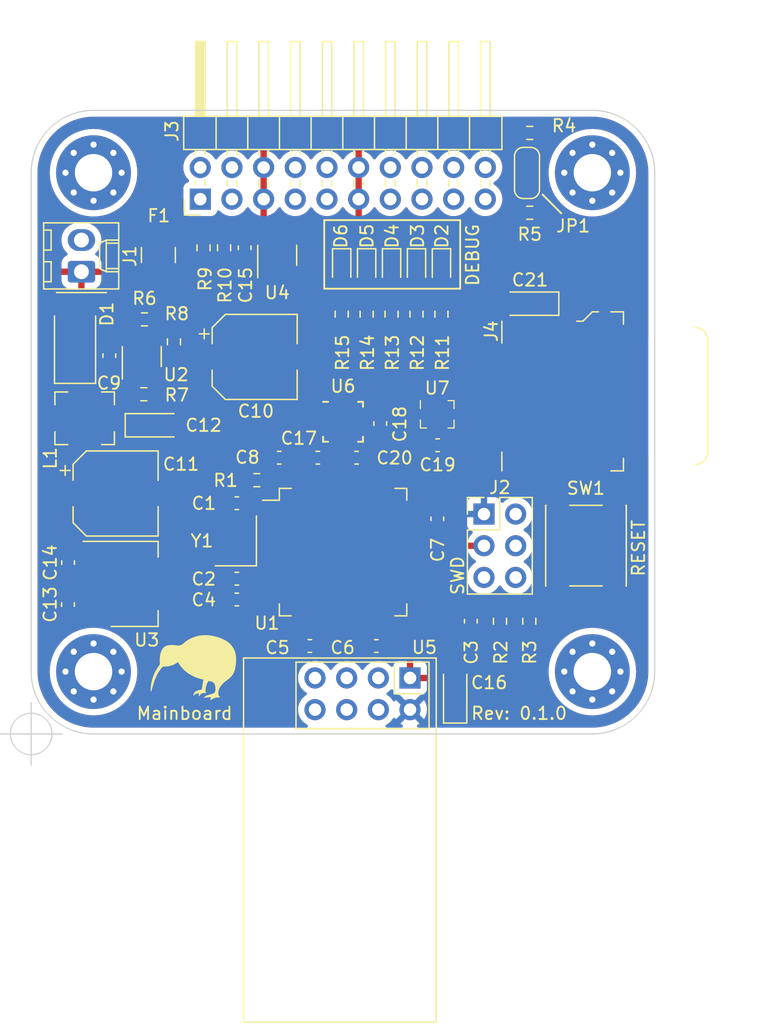
<source format=kicad_pcb>
(kicad_pcb (version 20211014) (generator pcbnew)
  (title_block (title "RC Helicopter Mainboard") (date "2022-12-17") (rev "${REVISION}") (company "Authors: H. Fedarovich, I. Kajdan") (comment 1 "Reviewer: A. Bondyra"))
  (layers (0 "F.Cu" signal) (31 "B.Cu" signal) (34 "B.Paste" user) (35 "F.Paste" user) (36 "B.SilkS" user "B.Silkscreen") (37 "F.SilkS" user "F.Silkscreen") (38 "B.Mask" user) (39 "F.Mask" user) (44 "Edge.Cuts" user))
  (property "REVISION" "0.1.0")
  (net 0 "")
  (net 1 "GND")
  (net 2 "+3.3V")
  (net 3 "/NRST")
  (net 4 "Net-(C9-Pad1)")
  (net 5 "Net-(C9-Pad2)")
  (net 6 "Net-(C10-Pad1)")
  (net 7 "+5V")
  (net 8 "+BATT")
  (net 9 "/SWCLK")
  (net 10 "/SWDIO")
  (net 11 "/SWO")
  (net 12 "/ROT_SERVO1")
  (net 13 "/ROT_SERVO2")
  (net 14 "/MAIN_ROT_ESC")
  (net 15 "/TAIL_ROT_ESC")
  (net 20 "/UART_TX")
  (net 21 "/UART_RX")
  (net 22 "/I2C_SCL")
  (net 23 "/I2C_SDA")
  (net 24 "/SDMMC_D2")
  (net 25 "/SDMMC_D3")
  (net 26 "/SDMMC_CMD")
  (net 27 "/SDMMC_CLK")
  (net 28 "/SDMMC_D0")
  (net 29 "/SDMMC_D1")
  (net 30 "Net-(JP1-Pad1)")
  (net 31 "Net-(JP1-Pad3)")
  (net 32 "Net-(C1-Pad1)")
  (net 33 "Net-(R6-Pad2)")
  (net 34 "/Power/FB")
  (net 35 "/MOSI")
  (net 36 "/MISO")
  (net 37 "/BMP_SS")
  (net 39 "/V_BATT")
  (net 40 "/NRF_CSN")
  (net 41 "/NRF_SCK")
  (net 42 "/NRF_MISO")
  (net 43 "/NRF_MOSI")
  (net 44 "/MPU_SS")
  (net 45 "/MPU_INT")
  (net 46 "/NRF_CE")
  (net 48 "/CLK")
  (net 52 "/MPU_FSYNC")
  (net 54 "/NRF_IRQ")
  (net 62 "Net-(C15-Pad1)")
  (net 63 "Net-(C20-Pad1)")
  (net 64 "Net-(C2-Pad1)")
  (net 65 "Net-(R1-Pad2)")
  (net 66 "Net-(R3-Pad2)")
  (net 69 "Net-(D2-Pad2)")
  (net 70 "Net-(D3-Pad2)")
  (net 71 "Net-(D4-Pad2)")
  (net 72 "Net-(D5-Pad2)")
  (net 73 "Net-(D6-Pad2)")
  (net 74 "/LED1")
  (net 75 "/LED2")
  (net 76 "/LED3")
  (net 77 "/LED4")
  (net 78 "/LED5")
  (footprint "Capacitor_SMD:C_0603_1608Metric" (layer "F.Cu") (at 144.99 99.85 180)
    (fp_text reference "C17" (at 1.52 1.56 180) (layer "F.SilkS"))
    (fp_text value "100nF")
    (pad "1" smd roundrect (at -0.775 0 180) (size 0.9 0.95) (layers "F.Cu" "F.Paste" "F.Mask") (net 2 "+3.3V"))
    (pad "2" smd roundrect (at 0.775 0 180) (size 0.9 0.95) (layers "F.Cu" "F.Paste" "F.Mask") (net 1 "GND"))
  )
  (footprint "Jumper:SolderJumper-3_P1.3mm_Open_RoundedPad1.0x1.5mm_NumberLabels" (layer "F.Cu") (at 161.76 77.02 -90)
    (fp_text reference "JP1" (at 4.25 -3.7 180) (layer "F.SilkS"))
    (fp_text value "SolderJumper_3_Open")
    (pad "1" smd custom (at -1.3 0 270) (size 1 0.5) (layers "F.Cu" "F.Mask") (net 30 "Net-(JP1-Pad1)") (options (clearance outline) (anchor rect)) (primitives (gr_circle (center 0 0.25) (end 0.5 0.25) (width 0) (fill yes)) (gr_circle (center 0 -0.25) (end 0.5 -0.25) (width 0) (fill yes)) (gr_poly (pts (xy 0.55 0.75) (xy 0 0.75) (xy 0 -0.75) (xy 0.55 -0.75)) (width 0) (fill yes))))
    (pad "2" smd rect (at 0 0 270) (size 1 1.5) (layers "F.Cu" "F.Mask") (net 2 "+3.3V"))
    (pad "3" smd custom (at 1.3 0 270) (size 1 0.5) (layers "F.Cu" "F.Mask") (net 31 "Net-(JP1-Pad3)") (options (clearance outline) (anchor rect)) (primitives (gr_circle (center 0 0.25) (end 0.5 0.25) (width 0) (fill yes)) (gr_circle (center 0 -0.25) (end 0.5 -0.25) (width 0) (fill yes)) (gr_poly (pts (xy 0 0.75) (xy -0.55 0.75) (xy -0.55 -0.75) (xy 0 -0.75)) (width 0) (fill yes))))
  )
  (footprint "Sensor_Motion:InvenSense_QFN-24_3x3mm_P0.4mm" (layer "F.Cu") (at 147.01 96.97)
    (fp_text reference "U6" (at 0 -2.85) (layer "F.SilkS"))
    (fp_text value "MPU-9250")
    (pad "1" smd roundrect (at -1.5 -1) (size 0.55 0.2) (layers "F.Cu" "F.Paste" "F.Mask") (net 2 "+3.3V"))
    (pad "2" smd roundrect (at -1.5 -0.6) (size 0.55 0.2) (layers "F.Cu" "F.Paste" "F.Mask"))
    (pad "3" smd roundrect (at -1.5 -0.2) (size 0.55 0.2) (layers "F.Cu" "F.Paste" "F.Mask"))
    (pad "4" smd roundrect (at -1.5 0.2) (size 0.55 0.2) (layers "F.Cu" "F.Paste" "F.Mask"))
    (pad "5" smd roundrect (at -1.5 0.6) (size 0.55 0.2) (layers "F.Cu" "F.Paste" "F.Mask"))
    (pad "6" smd roundrect (at -1.5 1) (size 0.55 0.2) (layers "F.Cu" "F.Paste" "F.Mask"))
    (pad "7" smd roundrect (at -1 1.5 90) (size 0.55 0.2) (layers "F.Cu" "F.Paste" "F.Mask"))
    (pad "8" smd roundrect (at -0.6 1.5 90) (size 0.55 0.2) (layers "F.Cu" "F.Paste" "F.Mask") (net 2 "+3.3V"))
    (pad "9" smd roundrect (at -0.2 1.5 90) (size 0.55 0.2) (layers "F.Cu" "F.Paste" "F.Mask") (net 36 "/MISO"))
    (pad "10" smd roundrect (at 0.2 1.5 90) (size 0.55 0.2) (layers "F.Cu" "F.Paste" "F.Mask") (net 63 "Net-(C20-Pad1)"))
    (pad "11" smd roundrect (at 0.6 1.5 90) (size 0.55 0.2) (layers "F.Cu" "F.Paste" "F.Mask") (net 52 "/MPU_FSYNC"))
    (pad "12" smd roundrect (at 1 1.5 90) (size 0.55 0.2) (layers "F.Cu" "F.Paste" "F.Mask") (net 45 "/MPU_INT"))
    (pad "13" smd roundrect (at 1.5 1) (size 0.55 0.2) (layers "F.Cu" "F.Paste" "F.Mask") (net 2 "+3.3V"))
    (pad "14" smd roundrect (at 1.5 0.6) (size 0.55 0.2) (layers "F.Cu" "F.Paste" "F.Mask"))
    (pad "15" smd roundrect (at 1.5 0.2) (size 0.55 0.2) (layers "F.Cu" "F.Paste" "F.Mask"))
    (pad "16" smd roundrect (at 1.5 -0.2) (size 0.55 0.2) (layers "F.Cu" "F.Paste" "F.Mask"))
    (pad "17" smd roundrect (at 1.5 -0.6) (size 0.55 0.2) (layers "F.Cu" "F.Paste" "F.Mask"))
    (pad "18" smd roundrect (at 1.5 -1) (size 0.55 0.2) (layers "F.Cu" "F.Paste" "F.Mask") (net 1 "GND"))
    (pad "19" smd roundrect (at 1 -1.5 90) (size 0.55 0.2) (layers "F.Cu" "F.Paste" "F.Mask"))
    (pad "20" smd roundrect (at 0.6 -1.5 90) (size 0.55 0.2) (layers "F.Cu" "F.Paste" "F.Mask") (net 1 "GND"))
    (pad "21" smd roundrect (at 0.2 -1.5 90) (size 0.55 0.2) (layers "F.Cu" "F.Paste" "F.Mask"))
    (pad "22" smd roundrect (at -0.2 -1.5 90) (size 0.55 0.2) (layers "F.Cu" "F.Paste" "F.Mask") (net 44 "/MPU_SS"))
    (pad "23" smd roundrect (at -0.6 -1.5 90) (size 0.55 0.2) (layers "F.Cu" "F.Paste" "F.Mask") (net 48 "/CLK"))
    (pad "24" smd roundrect (at -1 -1.5 90) (size 0.55 0.2) (layers "F.Cu" "F.Paste" "F.Mask") (net 35 "/MOSI"))
    (zone (net 0) (net_name "") (layer "F.Cu") (connect_pads (clearance 0)) (min_thickness 0.254)
      (keepout (tracks not_allowed) (vias not_allowed) (pads not_allowed) (copperpour not_allowed) (footprints allowed))
      (fill (thermal_gap 0.508) (thermal_bridge_width 0.508))
      (polygon (pts (xy 146.135 96.175) (xy 147.885 96.175) (xy 147.885 97.765) (xy 146.135 97.765)))
    )
  )
  (footprint "Package_LGA:Bosch_LGA-8_2x2.5mm_P0.65mm_ClockwisePinNumbering" (layer "F.Cu") (at 154.56 96.37)
    (fp_text reference "U7" (at 0 -2.1) (layer "F.SilkS"))
    (fp_text value "BMP280")
    (pad "1" smd rect (at -0.975 -0.8 90) (size 0.5 0.35) (layers "F.Cu" "F.Paste" "F.Mask") (net 1 "GND"))
    (pad "2" smd rect (at -0.325 -0.8 90) (size 0.5 0.35) (layers "F.Cu" "F.Paste" "F.Mask") (net 37 "/BMP_SS"))
    (pad "3" smd rect (at 0.325 -0.8 90) (size 0.5 0.35) (layers "F.Cu" "F.Paste" "F.Mask") (net 35 "/MOSI"))
    (pad "4" smd rect (at 0.975 -0.8 90) (size 0.5 0.35) (layers "F.Cu" "F.Paste" "F.Mask") (net 48 "/CLK"))
    (pad "5" smd rect (at 0.975 0.8 90) (size 0.5 0.35) (layers "F.Cu" "F.Paste" "F.Mask") (net 36 "/MISO"))
    (pad "6" smd rect (at 0.325 0.8 90) (size 0.5 0.35) (layers "F.Cu" "F.Paste" "F.Mask") (net 2 "+3.3V"))
    (pad "7" smd rect (at -0.325 0.8 90) (size 0.5 0.35) (layers "F.Cu" "F.Paste" "F.Mask") (net 1 "GND"))
    (pad "8" smd rect (at -0.975 0.8 90) (size 0.5 0.35) (layers "F.Cu" "F.Paste" "F.Mask") (net 2 "+3.3V"))
  )
  (footprint "Capacitor_SMD:C_0603_1608Metric" (layer "F.Cu") (at 124.95 111.62 90)
    (fp_text reference "C13" (at 0 -1.43 90) (layer "F.SilkS"))
    (fp_text value "100nF")
    (pad "1" smd roundrect (at -0.775 0 90) (size 0.9 0.95) (layers "F.Cu" "F.Paste" "F.Mask") (net 7 "+5V"))
    (pad "2" smd roundrect (at 0.775 0 90) (size 0.9 0.95) (layers "F.Cu" "F.Paste" "F.Mask") (net 1 "GND"))
  )
  (footprint "Capacitor_SMD:C_0603_1608Metric" (layer "F.Cu") (at 138.49 109.55 180)
    (fp_text reference "C2" (at 2.65 -0.03) (layer "F.SilkS"))
    (fp_text value "22pF")
    (pad "1" smd roundrect (at -0.775 0 180) (size 0.9 0.95) (layers "F.Cu" "F.Paste" "F.Mask") (net 64 "Net-(C2-Pad1)"))
    (pad "2" smd roundrect (at 0.775 0 180) (size 0.9 0.95) (layers "F.Cu" "F.Paste" "F.Mask") (net 1 "GND"))
  )
  (footprint "LED_SMD:LED_0603_1608Metric" (layer "F.Cu") (at 146.9 84.58 -90)
    (fp_text reference "D6" (at -2.5 0.07 90) (layer "F.SilkS"))
    (fp_text value "Blue")
    (pad "1" smd roundrect (at -0.7875 0 270) (size 0.875 0.95) (layers "F.Cu" "F.Paste" "F.Mask") (net 1 "GND"))
    (pad "2" smd roundrect (at 0.7875 0 270) (size 0.875 0.95) (layers "F.Cu" "F.Paste" "F.Mask") (net 73 "Net-(D6-Pad2)"))
  )
  (footprint "Resistor_SMD:R_0603_1608Metric" (layer "F.Cu") (at 161.945 112.96 -90)
    (fp_text reference "R3" (at 2.5 -0.03 90) (layer "F.SilkS"))
    (fp_text value "330Ω")
    (pad "1" smd roundrect (at -0.825 0 270) (size 0.8 0.95) (layers "F.Cu" "F.Paste" "F.Mask") (net 3 "/NRST"))
    (pad "2" smd roundrect (at 0.825 0 270) (size 0.8 0.95) (layers "F.Cu" "F.Paste" "F.Mask") (net 66 "Net-(R3-Pad2)"))
  )
  (footprint "Connector_PinHeader_2.54mm:PinHeader_2x03_P2.54mm_Vertical" (layer "F.Cu") (at 158.31 104.37)
    (fp_text reference "J2" (at 1.27 -2.13) (layer "F.SilkS"))
    (fp_text value "SWD")
    (pad "1" thru_hole rect (at 0 0) (size 1.7 1.7) (drill 1) (layers *.Cu *.Mask) (net 2 "+3.3V"))
    (pad "2" thru_hole oval (at 2.54 0) (size 1.7 1.7) (drill 1) (layers *.Cu *.Mask) (net 9 "/SWCLK"))
    (pad "3" thru_hole oval (at 0 2.54) (size 1.7 1.7) (drill 1) (layers *.Cu *.Mask) (net 1 "GND"))
    (pad "4" thru_hole oval (at 2.54 2.54) (size 1.7 1.7) (drill 1) (layers *.Cu *.Mask) (net 10 "/SWDIO"))
    (pad "5" thru_hole oval (at 0 5.08) (size 1.7 1.7) (drill 1) (layers *.Cu *.Mask) (net 3 "/NRST"))
    (pad "6" thru_hole oval (at 2.54 5.08) (size 1.7 1.7) (drill 1) (layers *.Cu *.Mask) (net 11 "/SWO"))
  )
  (footprint "Capacitor_SMD:C_0603_1608Metric" (layer "F.Cu") (at 144.35 114.95 180)
    (fp_text reference "C5" (at 2.6 -0.13) (layer "F.SilkS"))
    (fp_text value "100nF")
    (pad "1" smd roundrect (at -0.775 0 180) (size 0.9 0.95) (layers "F.Cu" "F.Paste" "F.Mask") (net 2 "+3.3V"))
    (pad "2" smd roundrect (at 0.775 0 180) (size 0.9 0.95) (layers "F.Cu" "F.Paste" "F.Mask") (net 1 "GND"))
  )
  (footprint "Capacitor_Tantalum_SMD:CP_EIA-3216-10_Kemet-I" (layer "F.Cu") (at 162 87.5 180)
    (fp_text reference "C21" (at 0 1.9) (layer "F.SilkS"))
    (fp_text value "4.7μF")
    (pad "1" smd roundrect (at -1.35 0 180) (size 1.4 1.35) (layers "F.Cu" "F.Paste" "F.Mask") (roundrect_rratio 0.185185) (net 2 "+3.3V"))
    (pad "2" smd roundrect (at 1.35 0 180) (size 1.4 1.35) (layers "F.Cu" "F.Paste" "F.Mask") (roundrect_rratio 0.185185) (net 1 "GND"))
  )
  (footprint "Capacitor_SMD:C_0603_1608Metric" (layer "F.Cu") (at 157.255 112.96 -90)
    (fp_text reference "C3" (at 2.5 -0.03 90) (layer "F.SilkS"))
    (fp_text value "100nF")
    (pad "1" smd roundrect (at -0.775 0 270) (size 0.9 0.95) (layers "F.Cu" "F.Paste" "F.Mask") (net 3 "/NRST"))
    (pad "2" smd roundrect (at 0.775 0 270) (size 0.9 0.95) (layers "F.Cu" "F.Paste" "F.Mask") (net 1 "GND"))
  )
  (footprint "Resistor_SMD:R_0603_1608Metric" (layer "F.Cu") (at 140.09 101.65)
    (fp_text reference "R1" (at -2.5 0.02) (layer "F.SilkS"))
    (fp_text value "10kΩ")
    (pad "1" smd roundrect (at -0.825 0) (size 0.8 0.95) (layers "F.Cu" "F.Paste" "F.Mask") (net 1 "GND"))
    (pad "2" smd roundrect (at 0.825 0) (size 0.8 0.95) (layers "F.Cu" "F.Paste" "F.Mask") (net 65 "Net-(R1-Pad2)"))
  )
  (footprint "Resistor_SMD:R_0603_1608Metric" (layer "F.Cu") (at 135.82 83.02 -90)
    (fp_text reference "R9" (at 2.5 -0.13 90) (layer "F.SilkS"))
    (fp_text value "100kΩ")
    (pad "1" smd roundrect (at -0.825 0 270) (size 0.8 0.95) (layers "F.Cu" "F.Paste" "F.Mask") (net 8 "+BATT"))
    (pad "2" smd roundrect (at 0.825 0 270) (size 0.8 0.95) (layers "F.Cu" "F.Paste" "F.Mask") (net 62 "Net-(C15-Pad1)"))
  )
  (footprint "Capacitor_SMD:C_0603_1608Metric" (layer "F.Cu") (at 138.49 111.22 180)
    (fp_text reference "C4" (at 2.65 -0.03) (layer "F.SilkS"))
    (fp_text value "100nF")
    (pad "1" smd roundrect (at -0.775 0 180) (size 0.9 0.95) (layers "F.Cu" "F.Paste" "F.Mask") (net 2 "+3.3V"))
    (pad "2" smd roundrect (at 0.775 0 180) (size 0.9 0.95) (layers "F.Cu" "F.Paste" "F.Mask") (net 1 "GND"))
  )
  (footprint "Inductor_SMD:L_Bourns-SRN4018" (layer "F.Cu") (at 126.28884 96.69)
    (fp_text reference "L1" (at -2.75884 3.2 90) (layer "F.SilkS"))
    (fp_text value "2.2μH")
    (pad "1" smd rect (at -1.525 0) (size 1.5 3.6) (layers "F.Cu" "F.Paste" "F.Mask") (net 5 "Net-(C9-Pad2)"))
    (pad "2" smd rect (at 1.525 0) (size 1.5 3.6) (layers "F.Cu" "F.Paste" "F.Mask") (net 7 "+5V"))
  )
  (footprint "MountingHole:MountingHole_3mm_Pad_Via" (layer "F.Cu") (at 167 117)
    (fp_text reference "REF**" hide)
    (fp_text value "MountingHole_3mm_Pad_Via" hide)
    (pad "1" thru_hole circle locked (at 2.25 0) (size 0.8 0.8) (drill 0.5) (layers *.Cu *.Mask))
    (pad "1" thru_hole circle locked (at 1.59099 1.59099) (size 0.8 0.8) (drill 0.5) (layers *.Cu *.Mask))
    (pad "1" thru_hole circle locked (at 1.59099 -1.59099) (size 0.8 0.8) (drill 0.5) (layers *.Cu *.Mask))
    (pad "1" thru_hole circle locked (at 0 2.25) (size 0.8 0.8) (drill 0.5) (layers *.Cu *.Mask))
    (pad "1" thru_hole circle locked (at -1.59099 1.59099) (size 0.8 0.8) (drill 0.5) (layers *.Cu *.Mask))
    (pad "1" thru_hole circle locked (at 0 -2.25) (size 0.8 0.8) (drill 0.5) (layers *.Cu *.Mask))
    (pad "1" thru_hole circle locked (at -2.25 0) (size 0.8 0.8) (drill 0.5) (layers *.Cu *.Mask))
    (pad "1" thru_hole circle locked (at 0 0) (size 6 6) (drill 3) (layers *.Cu *.Mask))
    (pad "1" thru_hole circle locked (at -1.59099 -1.59099) (size 0.8 0.8) (drill 0.5) (layers *.Cu *.Mask))
  )
  (footprint "Capacitor_SMD:C_0603_1608Metric" (layer "F.Cu") (at 154.57 104.75 -90)
    (fp_text reference "C7" (at 2.5 -0.03 90) (layer "F.SilkS"))
    (fp_text value "100nF")
    (pad "1" smd roundrect (at -0.775 0 270) (size 0.9 0.95) (layers "F.Cu" "F.Paste" "F.Mask") (net 2 "+3.3V"))
    (pad "2" smd roundrect (at 0.775 0 270) (size 0.9 0.95) (layers "F.Cu" "F.Paste" "F.Mask") (net 1 "GND"))
  )
  (footprint "Resistor_SMD:R_0603_1608Metric" (layer "F.Cu") (at 154.9 88.34 90)
    (fp_text reference "R11" (at -3.1 0.08 90) (layer "F.SilkS"))
    (fp_text value "140Ω")
    (pad "1" smd roundrect (at -0.825 0 90) (size 0.8 0.95) (layers "F.Cu" "F.Paste" "F.Mask") (net 74 "/LED1"))
    (pad "2" smd roundrect (at 0.825 0 90) (size 0.8 0.95) (layers "F.Cu" "F.Paste" "F.Mask") (net 69 "Net-(D2-Pad2)"))
  )
  (footprint "LED_SMD:LED_0603_1608Metric" (layer "F.Cu") (at 152.9 84.58 -90)
    (fp_text reference "D3" (at -2.5 -0.08 90) (layer "F.SilkS"))
    (fp_text value "Blue")
    (pad "1" smd roundrect (at -0.7875 0 270) (size 0.875 0.95) (layers "F.Cu" "F.Paste" "F.Mask") (net 1 "GND"))
    (pad "2" smd roundrect (at 0.7875 0 270) (size 0.875 0.95) (layers "F.Cu" "F.Paste" "F.Mask") (net 70 "Net-(D3-Pad2)"))
  )
  (footprint "Local_Library:Kiwi" (layer "F.Cu") (at 135 116.7)
    (fp_text reference "G***" hide)
    (fp_text value "LOGO" hide)
  )
  (footprint "Package_TO_SOT_SMD:SOT-23-5" (layer "F.Cu") (at 141.73 83.62 90)
    (fp_text reference "U4" (at -3 0) (layer "F.SilkS"))
    (fp_text value "LM321")
    (pad "1" smd roundrect (at -1.1375 -0.95 90) (size 1.325 0.6) (layers "F.Cu" "F.Paste" "F.Mask") (net 62 "Net-(C15-Pad1)"))
    (pad "2" smd roundrect (at -1.1375 0 90) (size 1.325 0.6) (layers "F.Cu" "F.Paste" "F.Mask") (net 1 "GND"))
    (pad "3" smd roundrect (at -1.1375 0.95 90) (size 1.325 0.6) (layers "F.Cu" "F.Paste" "F.Mask") (net 39 "/V_BATT"))
    (pad "4" smd roundrect (at 1.1375 0.95 90) (size 1.325 0.6) (layers "F.Cu" "F.Paste" "F.Mask") (net 39 "/V_BATT"))
    (pad "5" smd roundrect (at 1.1375 -0.95 90) (size 1.325 0.6) (layers "F.Cu" "F.Paste" "F.Mask") (net 2 "+3.3V"))
  )
  (footprint "Resistor_SMD:R_0603_1608Metric" (layer "F.Cu") (at 133.44884 90.56 90)
    (fp_text reference "R8" (at 2.25 0.23 180) (layer "F.SilkS"))
    (fp_text value "7.5kΩ")
    (pad "1" smd roundrect (at -0.825 0 90) (size 0.8 0.95) (layers "F.Cu" "F.Paste" "F.Mask") (net 34 "/Power/FB"))
    (pad "2" smd roundrect (at 0.825 0 90) (size 0.8 0.95) (layers "F.Cu" "F.Paste" "F.Mask") (net 1 "GND"))
  )
  (footprint "Resistor_SMD:R_0603_1608Metric" (layer "F.Cu") (at 152.9 88.34 90)
    (fp_text reference "R12" (at -3.1 0.07 90) (layer "F.SilkS"))
    (fp_text value "140Ω")
    (pad "1" smd roundrect (at -0.825 0 90) (size 0.8 0.95) (layers "F.Cu" "F.Paste" "F.Mask") (net 75 "/LED2"))
    (pad "2" smd roundrect (at 0.825 0 90) (size 0.8 0.95) (layers "F.Cu" "F.Paste" "F.Mask") (net 70 "Net-(D3-Pad2)"))
  )
  (footprint "Capacitor_SMD:C_0603_1608Metric" (layer "F.Cu") (at 149.99 97.11 90)
    (fp_text reference "C18" (at -0.05 1.57 90) (layer "F.SilkS"))
    (fp_text value "100nF")
    (pad "1" smd roundrect (at -0.775 0 90) (size 0.9 0.95) (layers "F.Cu" "F.Paste" "F.Mask") (net 2 "+3.3V"))
    (pad "2" smd roundrect (at 0.775 0 90) (size 0.9 0.95) (layers "F.Cu" "F.Paste" "F.Mask") (net 1 "GND"))
  )
  (footprint "Fuse:Fuse_1210_3225Metric" (layer "F.Cu") (at 132.2 83.6 -90)
    (fp_text reference "F1" (at -3.147936 -0.03 180) (layer "F.SilkS"))
    (fp_text value "1A")
    (pad "1" smd roundrect (at -1.4 0 270) (size 1.25 2.65) (layers "F.Cu" "F.Paste" "F.Mask") (roundrect_rratio 0.2) (net 8 "+BATT"))
    (pad "2" smd roundrect (at 1.4 0 270) (size 1.25 2.65) (layers "F.Cu" "F.Paste" "F.Mask") (roundrect_rratio 0.2) (net 6 "Net-(C10-Pad1)"))
  )
  (footprint "Capacitor_Tantalum_SMD:CP_EIA-3216-10_Kemet-I" (layer "F.Cu") (at 156 118.815 90)
    (fp_text reference "C16" (at 0.93 2.725 180) (layer "F.SilkS"))
    (fp_text value "10μF")
    (pad "1" smd roundrect (at -1.35 0 90) (size 1.4 1.35) (layers "F.Cu" "F.Paste" "F.Mask") (roundrect_rratio 0.185185) (net 2 "+3.3V"))
    (pad "2" smd roundrect (at 1.35 0 90) (size 1.4 1.35) (layers "F.Cu" "F.Paste" "F.Mask") (roundrect_rratio 0.185185) (net 1 "GND"))
  )
  (footprint "Resistor_SMD:R_0603_1608Metric" (layer "F.Cu") (at 159.595 112.96 90)
    (fp_text reference "R2" (at -2.5 0.07 90) (layer "F.SilkS"))
    (fp_text value "10kΩ")
    (pad "1" smd roundrect (at -0.825 0 90) (size 0.8 0.95) (layers "F.Cu" "F.Paste" "F.Mask") (net 2 "+3.3V"))
    (pad "2" smd roundrect (at 0.825 0 90) (size 0.8 0.95) (layers "F.Cu" "F.Paste" "F.Mask") (net 3 "/NRST"))
  )
  (footprint "LED_SMD:LED_0603_1608Metric" (layer "F.Cu") (at 154.9 84.58 -90)
    (fp_text reference "D2" (at -2.5 -0.03 90) (layer "F.SilkS"))
    (fp_text value "Blue")
    (pad "1" smd roundrect (at -0.7875 0 270) (size 0.875 0.95) (layers "F.Cu" "F.Paste" "F.Mask") (net 1 "GND"))
    (pad "2" smd roundrect (at 0.7875 0 270) (size 0.875 0.95) (layers "F.Cu" "F.Paste" "F.Mask") (net 69 "Net-(D2-Pad2)"))
  )
  (footprint "Capacitor_SMD:C_0603_1608Metric" (layer "F.Cu") (at 154.59 98.85)
    (fp_text reference "C19" (at 0 1.57) (layer "F.SilkS"))
    (fp_text value "100nF")
    (pad "1" smd roundrect (at -0.775 0) (size 0.9 0.95) (layers "F.Cu" "F.Paste" "F.Mask") (net 2 "+3.3V"))
    (pad "2" smd roundrect (at 0.775 0) (size 0.9 0.95) (layers "F.Cu" "F.Paste" "F.Mask") (net 1 "GND"))
  )
  (footprint "MountingHole:MountingHole_3mm_Pad_Via" (layer "F.Cu") (at 127 117)
    (fp_text reference "REF**" hide)
    (fp_text value "MountingHole_3mm_Pad_Via" hide)
    (pad "1" thru_hole circle locked (at -2.25 0) (size 0.8 0.8) (drill 0.5) (layers *.Cu *.Mask))
    (pad "1" thru_hole circle locked (at 1.59099 -1.59099) (size 0.8 0.8) (drill 0.5) (layers *.Cu *.Mask))
    (pad "1" thru_hole circle locked (at 0 2.25) (size 0.8 0.8) (drill 0.5) (layers *.Cu *.Mask))
    (pad "1" thru_hole circle locked (at 2.25 0) (size 0.8 0.8) (drill 0.5) (layers *.Cu *.Mask))
    (pad "1" thru_hole circle locked (at -1.59099 -1.59099) (size 0.8 0.8) (drill 0.5) (layers *.Cu *.Mask))
    (pad "1" thru_hole circle locked (at 0 0) (size 6 6) (drill 3) (layers *.Cu *.Mask))
    (pad "1" thru_hole circle locked (at 0 -2.25) (size 0.8 0.8) (drill 0.5) (layers *.Cu *.Mask))
    (pad "1" thru_hole circle locked (at -1.59099 1.59099) (size 0.8 0.8) (drill 0.5) (layers *.Cu *.Mask))
    (pad "1" thru_hole circle locked (at 1.59099 1.59099) (size 0.8 0.8) (drill 0.5) (layers *.Cu *.Mask))
  )
  (footprint "Package_TO_SOT_SMD:SOT-223-3_TabPin2" (layer "F.Cu") (at 130.27 109.97)
    (fp_text reference "U3" (at 1 4.5) (layer "F.SilkS"))
    (fp_text value "LM1117-3.3")
    (pad "1" smd rect (at -3.15 -2.3) (size 2 1.5) (layers "F.Cu" "F.Paste" "F.Mask") (net 1 "GND"))
    (pad "2" smd rect (at -3.15 0) (size 2 1.5) (layers "F.Cu" "F.Paste" "F.Mask") (net 2 "+3.3V"))
    (pad "2" smd rect (at 3.15 0) (size 2 3.8) (layers "F.Cu" "F.Paste" "F.Mask") (net 2 "+3.3V"))
    (pad "3" smd rect (at -3.15 2.3) (size 2 1.5) (layers "F.Cu" "F.Paste" "F.Mask") (net 7 "+5V"))
  )
  (footprint "Diode_SMD:D_SMA" (layer "F.Cu") (at 125.51884 90.49 90)
    (fp_text reference "D1" (at 2.15 2.55 270) (layer "F.SilkS"))
    (fp_text value "SK36A")
    (pad "1" smd rect (at -2 0 90) (size 2.5 1.8) (layers "F.Cu" "F.Paste" "F.Mask") (net 5 "Net-(C9-Pad2)"))
    (pad "2" smd rect (at 2 0 90) (size 2.5 1.8) (layers "F.Cu" "F.Paste" "F.Mask") (net 1 "GND"))
  )
  (footprint "Capacitor_SMD:C_0603_1608Metric" (layer "F.Cu") (at 138.49 103.5)
    (fp_text reference "C1" (at -2.64 0.01) (layer "F.SilkS"))
    (fp_text value "22pF")
    (pad "1" smd roundrect (at -0.775 0) (size 0.9 0.95) (layers "F.Cu" "F.Paste" "F.Mask") (net 32 "Net-(C1-Pad1)"))
    (pad "2" smd roundrect (at 0.775 0) (size 0.9 0.95) (layers "F.Cu" "F.Paste" "F.Mask") (net 1 "GND"))
  )
  (footprint "Capacitor_SMD:C_0603_1608Metric" (layer "F.Cu") (at 124.96 108.26 90)
    (fp_text reference "C14" (at 0 -1.43 90) (layer "F.SilkS"))
    (fp_text value "100nF")
    (pad "1" smd roundrect (at -0.775 0 90) (size 0.9 0.95) (layers "F.Cu" "F.Paste" "F.Mask") (net 2 "+3.3V"))
    (pad "2" smd roundrect (at 0.775 0 90) (size 0.9 0.95) (layers "F.Cu" "F.Paste" "F.Mask") (net 1 "GND"))
  )
  (footprint "Capacitor_SMD:C_0603_1608Metric" (layer "F.Cu") (at 149.675 114.95 180)
    (fp_text reference "C6" (at 2.7 -0.13) (layer "F.SilkS"))
    (fp_text value "100nF")
    (pad "1" smd roundrect (at -0.775 0 180) (size 0.9 0.95) (layers "F.Cu" "F.Paste" "F.Mask") (net 2 "+3.3V"))
    (pad "2" smd roundrect (at 0.775 0 180) (size 0.9 0.95) (layers "F.Cu" "F.Paste" "F.Mask") (net 1 "GND"))
  )
  (footprint "Capacitor_Tantalum_SMD:CP_EIA-3216-10_Kemet-I" (layer "F.Cu") (at 131.85 97.25)
    (fp_text reference "C12" (at 3.975 0) (layer "F.SilkS"))
    (fp_text value "10μF")
    (pad "1" smd roundrect (at -1.35 0) (size 1.4 1.35) (layers "F.Cu" "F.Paste" "F.Mask") (roundrect_rratio 0.185185) (net 7 "+5V"))
    (pad "2" smd roundrect (at 1.35 0) (size 1.4 1.35) (layers "F.Cu" "F.Paste" "F.Mask") (roundrect_rratio 0.185185) (net 1 "GND"))
  )
  (footprint "Resistor_SMD:R_0603_1608Metric" (layer "F.Cu") (at 161.98 73.81 180)
    (fp_text reference "R4" (at -2.75 0.57 180) (layer "F.SilkS"))
    (fp_text value "4.7kΩ")
    (pad "1" smd roundrect (at -0.825 0 180) (size 0.8 0.95) (layers "F.Cu" "F.Paste" "F.Mask") (net 30 "Net-(JP1-Pad1)"))
    (pad "2" smd roundrect (at 0.825 0 180) (size 0.8 0.95) (layers "F.Cu" "F.Paste" "F.Mask") (net 23 "/I2C_SDA"))
  )
  (footprint "RF_Module:nRF24L01_Breakout" (layer "F.Cu") (at 152.38 117.51 -90)
    (fp_text reference "U5" (at -2.45 -1.15 180) (layer "F.SilkS"))
    (fp_text value "NRF24L01_Breakout")
    (pad "1" thru_hole rect (at 0 0 270) (size 1.7 1.7) (drill 1) (layers *.Cu *.Mask) (net 1 "GND"))
    (pad "2" thru_hole circle (at 2.54 0 270) (size 1.7 1.7) (drill 1) (layers *.Cu *.Mask) (net 2 "+3.3V"))
    (pad "3" thru_hole circle (at 0 2.54 270) (size 1.7 1.7) (drill 1) (layers *.Cu *.Mask) (net 46 "/NRF_CE"))
    (pad "4" thru_hole circle (at 2.54 2.54 270) (size 1.7 1.7) (drill 1) (layers *.Cu *.Mask) (net 40 "/NRF_CSN"))
    (pad "5" thru_hole circle (at 0 5.08 270) (size 1.7 1.7) (drill 1) (layers *.Cu *.Mask) (net 41 "/NRF_SCK"))
    (pad "6" thru_hole circle (at 2.54 5.08 270) (size 1.7 1.7) (drill 1) (layers *.Cu *.Mask) (net 43 "/NRF_MOSI"))
    (pad "7" thru_hole circle (at 0 7.62 270) (size 1.7 1.7) (drill 1) (layers *.Cu *.Mask) (net 42 "/NRF_MISO"))
    (pad "8" thru_hole circle (at 2.54 7.62 270) (size 1.7 1.7) (drill 1) (layers *.Cu *.Mask) (net 54 "/NRF_IRQ"))
  )
  (footprint "MountingHole:MountingHole_3mm_Pad_Via" (layer "F.Cu") (at 127 77)
    (fp_text reference "REF**" hide)
    (fp_text value "MountingHole_3mm_Pad_Via" hide)
    (pad "1" thru_hole circle locked (at 1.59099 -1.59099) (size 0.8 0.8) (drill 0.5) (layers *.Cu *.Mask))
    (pad "1" thru_hole circle locked (at 1.59099 1.59099) (size 0.8 0.8) (drill 0.5) (layers *.Cu *.Mask))
    (pad "1" thru_hole circle locked (at 0 2.25) (size 0.8 0.8) (drill 0.5) (layers *.Cu *.Mask))
    (pad "1" thru_hole circle locked (at 0 -2.25) (size 0.8 0.8) (drill 0.5) (layers *.Cu *.Mask))
    (pad "1" thru_hole circle locked (at 0 0) (size 6 6) (drill 3) (layers *.Cu *.Mask))
    (pad "1" thru_hole circle locked (at 2.25 0) (size 0.8 0.8) (drill 0.5) (layers *.Cu *.Mask))
    (pad "1" thru_hole circle locked (at -2.25 0) (size 0.8 0.8) (drill 0.5) (layers *.Cu *.Mask))
    (pad "1" thru_hole circle locked (at -1.59099 1.59099) (size 0.8 0.8) (drill 0.5) (layers *.Cu *.Mask))
    (pad "1" thru_hole circle locked (at -1.59099 -1.59099) (size 0.8 0.8) (drill 0.5) (layers *.Cu *.Mask))
  )
  (footprint "Capacitor_SMD:C_0603_1608Metric" (layer "F.Cu") (at 128.26884 91.67 90)
    (fp_text reference "C9" (at -2.2 -0.03) (layer "F.SilkS"))
    (fp_text value "10nF")
    (pad "1" smd roundrect (at -0.775 0 90) (size 0.9 0.95) (layers "F.Cu" "F.Paste" "F.Mask") (net 4 "Net-(C9-Pad1)"))
    (pad "2" smd roundrect (at 0.775 0 90) (size 0.9 0.95) (layers "F.Cu" "F.Paste" "F.Mask") (net 5 "Net-(C9-Pad2)"))
  )
  (footprint "Connector_Molex:Molex_KK-254_AE-6410-02A_1x02_P2.54mm_Vertical" (layer "F.Cu") (at 126.03 84.94 90)
    (fp_text reference "J1" (at 1.25 3.88 90) (layer "F.SilkS"))
    (fp_text value "Battery Pack")
    (pad "1" thru_hole oval (at 2.54 0 90) (size 1.74 2.19) (drill 1.19) (layers *.Cu *.Mask) (net 8 "+BATT"))
    (pad "2" thru_hole roundrect (at 0 0 90) (size 1.74 2.19) (drill 1.19) (layers *.Cu *.Mask) (roundrect_rratio 0.143678) (net 1 "GND"))
  )
  (footprint "LED_SMD:LED_0603_1608Metric" (layer "F.Cu") (at 150.9 84.58 -90)
    (fp_text reference "D4" (at -2.5 -0.04 90) (layer "F.SilkS"))
    (fp_text value "Blue")
    (pad "1" smd roundrect (at -0.7875 0 270) (size 0.875 0.95) (layers "F.Cu" "F.Paste" "F.Mask") (net 1 "GND"))
    (pad "2" smd roundrect (at 0.7875 0 270) (size 0.875 0.95) (layers "F.Cu" "F.Paste" "F.Mask") (net 71 "Net-(D4-Pad2)"))
  )
  (footprint "Connector_PinHeader_2.54mm:PinHeader_2x10_P2.54mm_Horizontal" (layer "F.Cu") (at 135.56 79.12 90)
    (fp_text reference "J3" (at 5.455 -2.27 90) (layer "F.SilkS"))
    (fp_text value "Main Connector")
    (pad "1" thru_hole rect (at 0 0 90) (size 1.7 1.7) (drill 1) (layers *.Cu *.Mask) (net 7 "+5V"))
    (pad "2" thru_hole oval (at 2.54 0 90) (size 1.7 1.7) (drill 1) (layers *.Cu *.Mask) (net 7 "+5V"))
    (pad "3" thru_hole oval (at 0 2.54 90) (size 1.7 1.7) (drill 1) (layers *.Cu *.Mask) (net 12 "/ROT_SERVO1"))
    (pad "4" thru_hole oval (at 2.54 2.54 90) (size 1.7 1.7) (drill 1) (layers *.Cu *.Mask) (net 13 "/ROT_SERVO2"))
    (pad "5" thru_hole oval (at 0 5.08 90) (size 1.7 1.7) (drill 1) (layers *.Cu *.Mask) (net 1 "GND"))
    (pad "6" thru_hole oval (at 2.54 5.08 90) (size 1.7 1.7) (drill 1) (layers *.Cu *.Mask) (net 1 "GND"))
    (pad "7" thru_hole oval (at 0 7.62 90) (size 1.7 1.7) (drill 1) (layers *.Cu *.Mask) (net 7 "+5V"))
    (pad "8" thru_hole oval (at 2.54 7.62 90) (size 1.7 1.7) (drill 1) (layers *.Cu *.Mask) (net 7 "+5V"))
    (pad "9" thru_hole oval (at 0 10.16 90) (size 1.7 1.7) (drill 1) (layers *.Cu *.Mask) (net 14 "/MAIN_ROT_ESC"))
    (pad "10" thru_hole oval (at 2.54 10.16 90) (size 1.7 1.7) (drill 1) (layers *.Cu *.Mask) (net 15 "/TAIL_ROT_ESC"))
    (pad "11" thru_hole oval (at 0 12.7 90) (size 1.7 1.7) (drill 1) (layers *.Cu *.Mask) (net 1 "GND"))
    (pad "12" thru_hole oval (at 2.54 12.7 90) (size 1.7 1.7) (drill 1) (layers *.Cu *.Mask) (net 1 "GND"))
    (pad "13" thru_hole oval (at 0 15.24 90) (size 1.7 1.7) (drill 1) (layers *.Cu *.Mask))
    (pad "14" thru_hole oval (at 2.54 15.24 90) (size 1.7 1.7) (drill 1) (layers *.Cu *.Mask))
    (pad "15" thru_hole oval (at 0 17.78 90) (size 1.7 1.7) (drill 1) (layers *.Cu *.Mask))
    (pad "16" thru_hole oval (at 2.54 17.78 90) (size 1.7 1.7) (drill 1) (layers *.Cu *.Mask))
    (pad "17" thru_hole oval (at 0 20.32 90) (size 1.7 1.7) (drill 1) (layers *.Cu *.Mask) (net 20 "/UART_TX"))
    (pad "18" thru_hole oval (at 2.54 20.32 90) (size 1.7 1.7) (drill 1) (layers *.Cu *.Mask) (net 21 "/UART_RX"))
    (pad "19" thru_hole oval (at 0 22.86 90) (size 1.7 1.7) (drill 1) (layers *.Cu *.Mask) (net 22 "/I2C_SCL"))
    (pad "20" thru_hole oval (at 2.54 22.86 90) (size 1.7 1.7) (drill 1) (layers *.Cu *.Mask) (net 23 "/I2C_SDA"))
  )
  (footprint "Capacitor_SMD:C_0603_1608Metric" (layer "F.Cu") (at 139.12 83.02 90)
    (fp_text reference "C15" (at -3 0.07 90) (layer "F.SilkS"))
    (fp_text value "10nF")
    (pad "1" smd roundrect (at -0.775 0 90) (size 0.9 0.95) (layers "F.Cu" "F.Paste" "F.Mask") (net 62 "Net-(C15-Pad1)"))
    (pad "2" smd roundrect (at 0.775 0 90) (size 0.9 0.95) (layers "F.Cu" "F.Paste" "F.Mask") (net 1 "GND"))
  )
  (footprint "Resistor_SMD:R_0603_1608Metric" (layer "F.Cu") (at 150.9 88.34 90)
    (fp_text reference "R13" (at -3.1 0.07 90) (layer "F.SilkS"))
    (fp_text value "140Ω")
    (pad "1" smd roundrect (at -0.825 0 90) (size 0.8 0.95) (layers "F.Cu" "F.Paste" "F.Mask") (net 76 "/LED3"))
    (pad "2" smd roundrect (at 0.825 0 90) (size 0.8 0.95) (layers "F.Cu" "F.Paste" "F.Mask") (net 71 "Net-(D4-Pad2)"))
  )
  (footprint "Capacitor_SMD:C_0603_1608Metric" (layer "F.Cu") (at 148.09 99.85)
    (fp_text reference "C20" (at 3.05 0.02) (layer "F.SilkS"))
    (fp_text value "100nF")
    (pad "1" smd roundrect (at -0.775 0) (size 0.9 0.95) (layers "F.Cu" "F.Paste" "F.Mask") (net 63 "Net-(C20-Pad1)"))
    (pad "2" smd roundrect (at 0.775 0) (size 0.9 0.95) (layers "F.Cu" "F.Paste" "F.Mask") (net 1 "GND"))
  )
  (footprint "MountingHole:MountingHole_3mm_Pad_Via" (layer "F.Cu") (at 167 77)
    (fp_text reference "REF**" hide)
    (fp_text value "MountingHole_3mm_Pad_Via" hide)
    (pad "1" thru_hole circle locked (at 0 -2.25) (size 0.8 0.8) (drill 0.5) (layers *.Cu *.Mask))
    (pad "1" thru_hole circle locked (at -1.59099 -1.59099) (size 0.8 0.8) (drill 0.5) (layers *.Cu *.Mask))
    (pad "1" thru_hole circle locked (at 1.59099 1.59099) (size 0.8 0.8) (drill 0.5) (layers *.Cu *.Mask))
    (pad "1" thru_hole circle locked (at 2.25 0) (size 0.8 0.8) (drill 0.5) (layers *.Cu *.Mask))
    (pad "1" thru_hole circle locked (at 1.59099 -1.59099) (size 0.8 0.8) (drill 0.5) (layers *.Cu *.Mask))
    (pad "1" thru_hole circle locked (at -2.25 0) (size 0.8 0.8) (drill 0.5) (layers *.Cu *.Mask))
    (pad "1" thru_hole circle locked (at -1.59099 1.59099) (size 0.8 0.8) (drill 0.5) (layers *.Cu *.Mask))
    (pad "1" thru_hole circle locked (at 0 0) (size 6 6) (drill 3) (layers *.Cu *.Mask))
    (pad "1" thru_hole circle locked (at 0 2.25) (size 0.8 0.8) (drill 0.5) (layers *.Cu *.Mask))
  )
  (footprint "Local_Library:112K-TAA0-RA1" (layer "F.Cu") (at 161.245 94.405 90)
    (fp_text reference "J4" (at 4.7 -2.35 90) (layer "F.SilkS"))
    (fp_text value "Micro_SD_Card")
    (pad "1" smd roundrect locked (at 3.2 9 90) (size 0.8 1.3) (layers "F.Cu" "F.Paste" "F.Mask") (roundrect_rratio 0.2) (net 24 "/SDMMC_D2"))
    (pad "2" smd roundrect locked (at 2.1 9 90) (size 0.8 1.3) (layers "F.Cu" "F.Paste" "F.Mask") (roundrect_rratio 0.2) (net 25 "/SDMMC_D3"))
    (pad "3" smd roundrect locked (at 1 9 90) (size 0.8 1.3) (layers "F.Cu" "F.Paste" "F.Mask") (roundrect_rratio 0.2) (net 26 "/SDMMC_CMD"))
    (pad "4" smd roundrect locked (at -0.1 9 90) (size 0.8 1.3) (layers "F.Cu" "F.Paste" "F.Mask") (roundrect_rratio 0.2) (net 2 "+3.3V"))
    (pad "5" smd roundrect locked (at -1.2 9 90) (size 0.8 1.3) (layers "F.Cu" "F.Paste" "F.Mask") (roundrect_rratio 0.2) (net 27 "/SDMMC_CLK"))
    (pad "6" smd roundrect locked (at -2.3 9 90) (size 0.8 1.3) (layers "F.Cu" "F.Paste" "F.Mask") (roundrect_rratio 0.2) (net 1 "GND"))
    (pad "7" smd roundrect locked (at -3.4 9 90) (size 0.8 1.3) (layers "F.Cu" "F.Paste" "F.Mask") (roundrect_rratio 0.2) (net 28 "/SDMMC_D0"))
    (pad "8" smd roundrect locked (at -4.5 9 90) (size 0.8 1.3) (layers "F.Cu" "F.Paste" "F.Mask") (roundrect_rratio 0.2) (net 29 "/SDMMC_D1"))
    (pad "9" smd roundrect locked (at -5.73 0 90) (size 1.5 2.5) (layers "F.Cu" "F.Paste" "F.Mask") (roundrect_rratio 0.2) (net 1 "GND"))
    (pad "9" smd roundrect locked (at 4.53 0 90) (size 1.5 2.5) (layers "F.Cu" "F.Paste" "F.Mask") (roundrect_rratio 0.2) (net 1 "GND"))
  )
  (footprint "Capacitor_SMD:C_0603_1608Metric" (layer "F.Cu") (at 141.89 99.85 180)
    (fp_text reference "C8" (at 2.55 0.03) (layer "F.SilkS"))
    (fp_text value "100nF")
    (pad "1" smd roundrect (at -0.775 0 180) (size 0.9 0.95) (layers "F.Cu" "F.Paste" "F.Mask") (net 2 "+3.3V"))
    (pad "2" smd roundrect (at 0.775 0 180) (size 0.9 0.95) (layers "F.Cu" "F.Paste" "F.Mask") (net 1 "GND"))
  )
  (footprint "Capacitor_SMD:CP_Elec_6.3x5.4" (layer "F.Cu") (at 139.92 91.77)
    (fp_text reference "C10" (at 0.1 4.35) (layer "F.SilkS"))
    (fp_text value "4.7μF")
    (pad "1" smd roundrect (at -2.8 0) (size 3.5 1.6) (layers "F.Cu" "F.Paste" "F.Mask") (roundrect_rratio 0.15625) (net 6 "Net-(C10-Pad1)"))
    (pad "2" smd roundrect (at 2.8 0) (size 3.5 1.6) (layers "F.Cu" "F.Paste" "F.Mask") (roundrect_rratio 0.15625) (net 1 "GND"))
  )
  (footprint "Resistor_SMD:R_0603_1608Metric" (layer "F.Cu") (at 137.47 83.02 90)
    (fp_text reference "R10" (at -3 0.07 90) (layer "F.SilkS"))
    (fp_text value "33kΩ")
    (pad "1" smd roundrect (at -0.825 0 90) (size 0.8 0.95) (layers "F.Cu" "F.Paste" "F.Mask") (net 62 "Net-(C15-Pad1)"))
    (pad "2" smd roundrect (at 0.825 0 90) (size 0.8 0.95) (layers "F.Cu" "F.Paste" "F.Mask") (net 1 "GND"))
  )
  (footprint "Crystal:Crystal_SMD_3225-4Pin_3.2x2.5mm" (layer "F.Cu") (at 138.41 106.52 90)
    (fp_text reference "Y1" (at 0 -2.71) (layer "F.SilkS"))
    (fp_text value "16MHz")
    (pad "1" smd rect (at -1.1 0.85 90) (size 1.4 1.2) (layers "F.Cu" "F.Paste" "F.Mask") (net 64 "Net-(C2-Pad1)"))
    (pad "2" smd rect (at 1.1 0.85 90) (size 1.4 1.2) (layers "F.Cu" "F.Paste" "F.Mask") (net 1 "GND"))
    (pad "3" smd rect (at 1.1 -0.85 90) (size 1.4 1.2) (layers "F.Cu" "F.Paste" "F.Mask") (net 32 "Net-(C1-Pad1)"))
    (pad "4" smd rect (at -1.1 -0.85 90) (size 1.4 1.2) (layers "F.Cu" "F.Paste" "F.Mask") (net 1 "GND"))
  )
  (footprint "Resistor_SMD:R_0603_1608Metric" (layer "F.Cu") (at 161.98 80.21 180)
    (fp_text reference "R5" (at 0 -1.73 180) (layer "F.SilkS"))
    (fp_text value "4.7kΩ")
    (pad "1" smd roundrect (at -0.825 0 180) (size 0.8 0.95) (layers "F.Cu" "F.Paste" "F.Mask") (net 31 "Net-(JP1-Pad3)"))
    (pad "2" smd roundrect (at 0.825 0 180) (size 0.8 0.95) (layers "F.Cu" "F.Paste" "F.Mask") (net 22 "/I2C_SCL"))
  )
  (footprint "Resistor_SMD:R_0603_1608Metric" (layer "F.Cu") (at 146.9 88.34 90)
    (fp_text reference "R15" (at -3.1 0.07 90) (layer "F.SilkS"))
    (fp_text value "140Ω")
    (pad "1" smd roundrect (at -0.825 0 90) (size 0.8 0.95) (layers "F.Cu" "F.Paste" "F.Mask") (net 78 "/LED5"))
    (pad "2" smd roundrect (at 0.825 0 90) (size 0.8 0.95) (layers "F.Cu" "F.Paste" "F.Mask") (net 73 "Net-(D6-Pad2)"))
  )
  (footprint "Button_Switch_SMD:SW_SPST_PTS645" (layer "F.Cu") (at 166.49 106.9 90)
    (fp_text reference "SW1" (at 4.6 -0.01 180) (layer "F.SilkS"))
    (fp_text value "Tactswitch")
    (pad "1" smd rect (at 3.98 -2.25 90) (size 1.55 1.3) (layers "F.Cu" "F.Paste" "F.Mask") (net 1 "GND"))
    (pad "1" smd rect (at -3.98 -2.25 90) (size 1.55 1.3) (layers "F.Cu" "F.Paste" "F.Mask") (net 1 "GND"))
    (pad "2" smd rect (at 3.98 2.25 90) (size 1.55 1.3) (layers "F.Cu" "F.Paste" "F.Mask") (net 66 "Net-(R3-Pad2)"))
    (pad "2" smd rect (at -3.98 2.25 90) (size 1.55 1.3) (layers "F.Cu" "F.Paste" "F.Mask") (net 66 "Net-(R3-Pad2)"))
  )
  (footprint "Resistor_SMD:R_0603_1608Metric" (layer "F.Cu") (at 131.08884 88.76)
    (fp_text reference "R6" (at 0 -1.68) (layer "F.SilkS"))
    (fp_text value "10kΩ")
    (pad "1" smd roundrect (at -0.825 0) (size 0.8 0.95) (layers "F.Cu" "F.Paste" "F.Mask") (net 6 "Net-(C10-Pad1)"))
    (pad "2" smd roundrect (at 0.825 0) (size 0.8 0.95) (layers "F.Cu" "F.Paste" "F.Mask") (net 33 "Net-(R6-Pad2)"))
  )
  (footprint "LED_SMD:LED_0603_1608Metric" (layer "F.Cu") (at 148.9 84.58 -90)
    (fp_text reference "D5" (at -2.5 -0.03 90) (layer "F.SilkS"))
    (fp_text value "Blue")
    (pad "1" smd roundrect (at -0.7875 0 270) (size 0.875 0.95) (layers "F.Cu" "F.Paste" "F.Mask") (net 1 "GND"))
    (pad "2" smd roundrect (at 0.7875 0 270) (size 0.875 0.95) (layers "F.Cu" "F.Paste" "F.Mask") (net 72 "Net-(D5-Pad2)"))
  )
  (footprint "Package_QFP:LQFP-64_10x10mm_P0.5mm" (layer "F.Cu") (at 147.01 107.42)
    (fp_text reference "U1" (at -6.1 5.7) (layer "F.SilkS"))
    (fp_text value "STM32L4P5RET6")
    (pad "1" smd roundrect (at -5.675 -3.75) (size 1.55 0.3) (layers "F.Cu" "F.Paste" "F.Mask") (net 2 "+3.3V"))
    (pad "2" smd roundrect (at -5.675 -3.25) (size 1.55 0.3) (layers "F.Cu" "F.Paste" "F.Mask") (net 74 "/LED1"))
    (pad "3" smd roundrect (at -5.675 -2.75) (size 1.55 0.3) (layers "F.Cu" "F.Paste" "F.Mask") (net 75 "/LED2"))
    (pad "4" smd roundrect (at -5.675 -2.25) (size 1.55 0.3) (layers "F.Cu" "F.Paste" "F.Mask") (net 76 "/LED3"))
    (pad "5" smd roundrect (at -5.675 -1.75) (size 1.55 0.3) (layers "F.Cu" "F.Paste" "F.Mask") (net 32 "Net-(C1-Pad1)"))
    (pad "6" smd roundrect (at -5.675 -1.25) (size 1.55 0.3) (layers "F.Cu" "F.Paste" "F.Mask") (net 64 "Net-(C2-Pad1)"))
    (pad "7" smd roundrect (at -5.675 -0.75) (size 1.55 0.3) (layers "F.Cu" "F.Paste" "F.Mask") (net 3 "/NRST"))
    (pad "8" smd roundrect (at -5.675 -0.25) (size 1.55 0.3) (layers "F.Cu" "F.Paste" "F.Mask") (net 77 "/LED4"))
    (pad "9" smd roundrect (at -5.675 0.25) (size 1.55 0.3) (layers "F.Cu" "F.Paste" "F.Mask") (net 35 "/MOSI"))
    (pad "10" smd roundrect (at -5.675 0.75) (size 1.55 0.3) (layers "F.Cu" "F.Paste" "F.Mask") (net 36 "/MISO"))
    (pad "11" smd roundrect (at -5.675 1.25) (size 1.55 0.3) (layers "F.Cu" "F.Paste" "F.Mask") (net 37 "/BMP_SS"))
    (pad "12" smd roundrect (at -5.675 1.75) (size 1.55 0.3) (layers "F.Cu" "F.Paste" "F.Mask") (net 1 "GND"))
    (pad "13" smd roundrect (at -5.675 2.25) (size 1.55 0.3) (layers "F.Cu" "F.Paste" "F.Mask") (net 2 "+3.3V"))
    (pad "14" smd roundrect (at -5.675 2.75) (size 1.55 0.3) (layers "F.Cu" "F.Paste" "F.Mask") (net 20 "/UART_TX"))
    (pad "15" smd roundrect (at -5.675 3.25) (size 1.55 0.3) (layers "F.Cu" "F.Paste" "F.Mask") (net 21 "/UART_RX"))
    (pad "16" smd roundrect (at -5.675 3.75) (size 1.55 0.3) (layers "F.Cu" "F.Paste" "F.Mask"))
    (pad "17" smd roundrect (at -3.75 5.675) (size 0.3 1.55) (layers "F.Cu" "F.Paste" "F.Mask") (net 39 "/V_BATT"))
    (pad "18" smd roundrect (at -3.25 5.675) (size 0.3 1.55) (layers "F.Cu" "F.Paste" "F.Mask") (net 1 "GND"))
    (pad "19" smd roundrect (at -2.75 5.675) (size 0.3 1.55) (layers "F.Cu" "F.Paste" "F.Mask") (net 2 "+3.3V"))
    (pad "20" smd roundrect (at -2.25 5.675) (size 0.3 1.55) (layers "F.Cu" "F.Paste" "F.Mask") (net 40 "/NRF_CSN"))
    (pad "21" smd roundrect (at -1.75 5.675) (size 0.3 1.55) (layers "F.Cu" "F.Paste" "F.Mask") (net 41 "/NRF_SCK"))
    (pad "22" smd roundrect (at -1.25 5.675) (size 0.3 1.55) (layers "F.Cu" "F.Paste" "F.Mask") (net 42 "/NRF_MISO"))
    (pad "23" smd roundrect (at -0.75 5.675) (size 0.3 1.55) (layers "F.Cu" "F.Paste" "F.Mask") (net 43 "/NRF_MOSI"))
    (pad "24" smd roundrect (at -0.25 5.675) (size 0.3 1.55) (layers "F.Cu" "F.Paste" "F.Mask") (net 44 "/MPU_SS"))
    (pad "25" smd roundrect (at 0.25 5.675) (size 0.3 1.55) (layers "F.Cu" "F.Paste" "F.Mask") (net 45 "/MPU_INT"))
    (pad "26" smd roundrect (at 0.75 5.675) (size 0.3 1.55) (layers "F.Cu" "F.Paste" "F.Mask") (net 46 "/NRF_CE"))
    (pad "27" smd roundrect (at 1.25 5.675) (size 0.3 1.55) (layers "F.Cu" "F.Paste" "F.Mask") (net 78 "/LED5"))
    (pad "28" smd roundrect (at 1.75 5.675) (size 0.3 1.55) (layers "F.Cu" "F.Paste" "F.Mask"))
    (pad "29" smd roundrect (at 2.25 5.675) (size 0.3 1.55) (layers "F.Cu" "F.Paste" "F.Mask") (net 48 "/CLK"))
    (pad "30" smd roundrect (at 2.75 5.675) (size 0.3 1.55) (layers "F.Cu" "F.Paste" "F.Mask"))
    (pad "31" smd roundrect (at 3.25 5.675) (size 0.3 1.55) (layers "F.Cu" "F.Paste" "F.Mask") (net 1 "GND"))
    (pad "32" smd roundrect (at 3.75 5.675) (size 0.3 1.55) (layers "F.Cu" "F.Paste" "F.Mask") (net 2 "+3.3V"))
    (pad "33" smd roundrect (at 5.675 3.75) (size 1.55 0.3) (layers "F.Cu" "F.Paste" "F.Mask"))
    (pad "34" smd roundrect (at 5.675 3.25) (size 1.55 0.3) (layers "F.Cu" "F.Paste" "F.Mask") (net 22 "/I2C_SCL"))
    (pad "35" smd roundrect (at 5.675 2.75) (size 1.55 0.3) (layers "F.Cu" "F.Paste" "F.Mask") (net 23 "/I2C_SDA"))
    (pad "36" smd roundrect (at 5.675 2.25) (size 1.55 0.3) (layers "F.Cu" "F.Paste" "F.Mask"))
    (pad "37" smd roundrect (at 5.675 1.75) (size 1.55 0.3) (layers "F.Cu" "F.Paste" "F.Mask") (net 52 "/MPU_FSYNC"))
    (pad "38" smd roundrect (at 5.675 1.25) (size 1.55 0.3) (layers "F.Cu" "F.Paste" "F.Mask"))
    (pad "39" smd roundrect (at 5.675 0.75) (size 1.55 0.3) (layers "F.Cu" "F.Paste" "F.Mask") (net 28 "/SDMMC_D0"))
    (pad "40" smd roundrect (at 5.675 0.25) (size 1.55 0.3) (layers "F.Cu" "F.Paste" "F.Mask") (net 29 "/SDMMC_D1"))
    (pad "41" smd roundrect (at 5.675 -0.25) (size 1.55 0.3) (layers "F.Cu" "F.Paste" "F.Mask") (net 54 "/NRF_IRQ"))
    (pad "42" smd roundrect (at 5.675 -0.75) (size 1.55 0.3) (layers "F.Cu" "F.Paste" "F.Mask"))
    (pad "43" smd roundrect (at 5.675 -1.25) (size 1.55 0.3) (layers "F.Cu" "F.Paste" "F.Mask"))
    (pad "44" smd roundrect (at 5.675 -1.75) (size 1.55 0.3) (layers "F.Cu" "F.Paste" "F.Mask"))
    (pad "45" smd roundrect (at 5.675 -2.25) (size 1.55 0.3) (layers "F.Cu" "F.Paste" "F.Mask"))
    (pad "46" smd roundrect (at 5.675 -2.75) (size 1.55 0.3) (layers "F.Cu" "F.Paste" "F.Mask") (net 10 "/SWDIO"))
    (pad "47" smd roundrect (at 5.675 -3.25) (size 1.55 0.3) (layers "F.Cu" "F.Paste" "F.Mask") (net 1 "GND"))
    (pad "48" smd roundrect (at 5.675 -3.75) (size 1.55 0.3) (layers "F.Cu" "F.Paste" "F.Mask") (net 2 "+3.3V"))
    (pad "49" smd roundrect (at 3.75 -5.675) (size 0.3 1.55) (layers "F.Cu" "F.Paste" "F.Mask") (net 9 "/SWCLK"))
    (pad "50" smd roundrect (at 3.25 -5.675) (size 0.3 1.55) (layers "F.Cu" "F.Paste" "F.Mask"))
    (pad "51" smd roundrect (at 2.75 -5.675) (size 0.3 1.55) (layers "F.Cu" "F.Paste" "F.Mask") (net 24 "/SDMMC_D2"))
    (pad "52" smd roundrect (at 2.25 -5.675) (size 0.3 1.55) (layers "F.Cu" "F.Paste" "F.Mask") (net 25 "/SDMMC_D3"))
    (pad "53" smd roundrect (at 1.75 -5.675) (size 0.3 1.55) (layers "F.Cu" "F.Paste" "F.Mask") (net 27 "/SDMMC_CLK"))
    (pad "54" smd roundrect (at 1.25 -5.675) (size 0.3 1.55) (layers "F.Cu" "F.Paste" "F.Mask") (net 26 "/SDMMC_CMD"))
    (pad "55" smd roundrect (at 0.75 -5.675) (size 0.3 1.55) (layers "F.Cu" "F.Paste" "F.Mask") (net 11 "/SWO"))
    (pad "56" smd roundrect (at 0.25 -5.675) (size 0.3 1.55) (layers "F.Cu" "F.Paste" "F.Mask") (net 12 "/ROT_SERVO1"))
    (pad "57" smd roundrect (at -0.25 -5.675) (size 0.3 1.55) (layers "F.Cu" "F.Paste" "F.Mask") (net 13 "/ROT_SERVO2"))
    (pad "58" smd roundrect (at -0.75 -5.675) (size 0.3 1.55) (layers "F.Cu" "F.Paste" "F.Mask") (net 14 "/MAIN_ROT_ESC"))
    (pad "59" smd roundrect (at -1.25 -5.675) (size 0.3 1.55) (layers "F.Cu" "F.Paste" "F.Mask") (net 15 "/TAIL_ROT_ESC"))
    (pad "60" smd roundrect (at -1.75 -5.675) (size 0.3 1.55) (layers "F.Cu" "F.Paste" "F.Mask") (net 65 "Net-(R1-Pad2)"))
    (pad "61" smd roundrect (at -2.25 -5.675) (size 0.3 1.55) (layers "F.Cu" "F.Paste" "F.Mask"))
    (pad "62" smd roundrect (at -2.75 -5.675) (size 0.3 1.55) (layers "F.Cu" "F.Paste" "F.Mask"))
    (pad "63" smd roundrect (at -3.25 -5.675) (size 0.3 1.55) (layers "F.Cu" "F.Paste" "F.Mask") (net 1 "GND"))
    (pad "64" smd roundrect (at -3.75 -5.675) (size 0.3 1.55) (layers "F.Cu" "F.Paste" "F.Mask") (net 2 "+3.3V"))
  )
  (footprint "Resistor_SMD:R_0603_1608Metric" (layer "F.Cu") (at 148.9 88.34 90)
    (fp_text reference "R14" (at -3.1 0.07 90) (layer "F.SilkS"))
    (fp_text value "140Ω")
    (pad "1" smd roundrect (at -0.825 0 90) (size 0.8 0.95) (layers "F.Cu" "F.Paste" "F.Mask") (net 77 "/LED4"))
    (pad "2" smd roundrect (at 0.825 0 90) (size 0.8 0.95) (layers "F.Cu" "F.Paste" "F.Mask") (net 72 "Net-(D5-Pad2)"))
  )
  (footprint "Capacitor_SMD:CP_Elec_6.3x5.4" (layer "F.Cu") (at 128.77 102.72)
    (fp_text reference "C11" (at 5.25 -2.35) (layer "F.SilkS"))
    (fp_text value "10μF")
    (pad "1" smd roundrect (at -2.8 0) (size 3.5 1.6) (layers "F.Cu" "F.Paste" "F.Mask") (roundrect_rratio 0.15625) (net 7 "+5V"))
    (pad "2" smd roundrect (at 2.8 0) (size 3.5 1.6) (layers "F.Cu" "F.Paste" "F.Mask") (roundrect_rratio 0.15625) (net 1 "GND"))
  )
  (footprint "Resistor_SMD:R_0603_1608Metric" (layer "F.Cu") (at 131.02884 94.76)
    (fp_text reference "R7" (at 2.65 0.07) (layer "F.SilkS"))
    (fp_text value "39kΩ")
    (pad "1" smd roundrect (at -0.825 0) (size 0.8 0.95) (layers "F.Cu" "F.Paste" "F.Mask") (net 7 "+5V"))
    (pad "2" smd roundrect (at 0.825 0) (size 0.8 0.95) (layers "F.Cu" "F.Paste" "F.Mask") (net 34 "/Power/FB"))
  )
  (footprint "Package_TO_SOT_SMD:SOT-23-6" (layer "F.Cu") (at 130.86884 91.74 90)
    (fp_text reference "U2" (at -1.45866 2.75) (layer "F.SilkS"))
    (fp_text value "AOZ1280CI")
    (pad "1" smd roundrect (at -1.1375 -0.95 90) (size 1.325 0.6) (layers "F.Cu" "F.Paste" "F.Mask") (net 4 "Net-(C9-Pad1)"))
    (pad "2" smd roundrect (at -1.1375 0 90) (size 1.325 0.6) (layers "F.Cu" "F.Paste" "F.Mask") (net 1 "GND"))
    (pad "3" smd roundrect (at -1.1375 0.95 90) (size 1.325 0.6) (layers "F.Cu" "F.Paste" "F.Mask") (net 34 "/Power/FB"))
    (pad "4" smd roundrect (at 1.1375 0.95 90) (size 1.325 0.6) (layers "F.Cu" "F.Paste" "F.Mask") (net 33 "Net-(R6-Pad2)"))
    (pad "5" smd roundrect (at 1.1375 0 90) (size 1.325 0.6) (layers "F.Cu" "F.Paste" "F.Mask") (net 6 "Net-(C10-Pad1)"))
    (pad "6" smd roundrect (at 1.1375 -0.95 90) (size 1.325 0.6) (layers "F.Cu" "F.Paste" "F.Mask") (net 5 "Net-(C9-Pad2)"))
  )
  (gr_line (start 163.01 78.75) (end 164.5 80.25) (layer "F.SilkS") (width 0.15))
  (gr_line (start 145.5 80.8) (end 156.4 80.8) (layer "F.SilkS") (width 0.15))
  (gr_line (start 156.4 80.8) (end 156.4 86.3) (layer "F.SilkS") (width 0.15))
  (gr_line (start 145.5 86.3) (end 145.5 80.8) (layer "F.SilkS") (width 0.15))
  (gr_line (start 156.4 86.3) (end 145.5 86.3) (layer "F.SilkS") (width 0.15))
  (gr_line (start 167 122) (end 127 122) (layer "Edge.Cuts") (width 0.1))
  (gr_arc (start 167 72) (mid 170.535534 73.464466) (end 172 77) (layer "Edge.Cuts") (width 0.1))
  (gr_arc (start 127 122) (mid 123.464466 120.535534) (end 122 117) (layer "Edge.Cuts") (width 0.1))
  (gr_line (start 172 77) (end 172 117) (layer "Edge.Cuts") (width 0.1))
  (gr_arc (start 172 117) (mid 170.535534 120.535534) (end 167 122) (layer "Edge.Cuts") (width 0.1))
  (gr_line (start 127 72) (end 167 72) (layer "Edge.Cuts") (width 0.1))
  (gr_line (start 122 117) (end 122 77) (layer "Edge.Cuts") (width 0.1))
  (gr_arc (start 122 77) (mid 123.464466 73.464466) (end 127 72) (layer "Edge.Cuts") (width 0.1))
  (gr_text "RESET" (at 170.7 107.1 90) (layer "F.SilkS") (effects (font (size 1 1))))
  (gr_text "DEBUG" (at 157.4 83.6 90) (layer "F.SilkS") (effects (font (size 1 1))))
  (gr_text "Rev: ${REVISION}" (at 161.125 120.35) (layer "F.SilkS") (effects (font (size 1 1))))
  (gr_text "Mainboard" (at 134.3 120.35) (layer "F.SilkS") (effects (font (size 1 1))))
  (gr_text "SWD" (at 156.2 109.3 90) (layer "F.SilkS") (effects (font (size 1 1))))
  (target plus (at 122 122) (size 5) (width 0.1) (layer "Edge.Cuts"))
  (zone (net 1) (net_name "GND") (layer "F.Cu") (name "GND Polygon") (connect_pads (clearance 0.508)) (min_thickness 0.254) (fill yes (thermal_gap 0.508) (thermal_bridge_width 0.508))
    (polygon (pts (xy 172 122) (xy 122 122) (xy 122 72) (xy 172 72)))
  )
  (zone (net 2) (net_name "+3.3V") (layer "B.Cu") (name "VCC Polygon") (connect_pads (clearance 0.508)) (min_thickness 0.254) (fill yes (thermal_gap 0.508) (thermal_bridge_width 0.508))
    (polygon (pts (xy 172 122) (xy 122 122) (xy 122 72) (xy 172 72)))
  )
)
</source>
